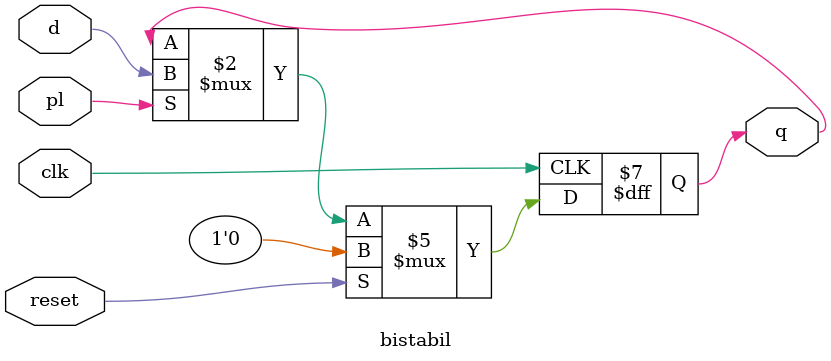
<source format=v>
`timescale 1ns / 1ps

module bistabil(clk, reset, pl, d, q);
    input clk, reset, pl, d;
    output reg q;
    
    always@(posedge clk)
        if(reset)
            q <= 0;
        else if(pl)
            q <= d;
endmodule

</source>
